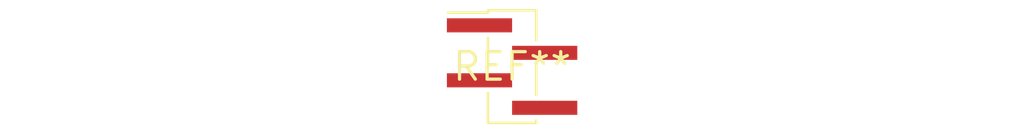
<source format=kicad_pcb>
(kicad_pcb (version 20240108) (generator pcbnew)
  (layers (0 "F.Cu" signal) (31 "B.Cu" signal) (34 "B.Paste" user) (35 "F.Paste" user) (36 "B.SilkS" user "B.Silkscreen") (37 "F.SilkS" user "F.Silkscreen") (38 "B.Mask" user) (39 "F.Mask" user) (44 "Edge.Cuts" user))
  (net 0 "")
  (footprint "PinHeader_1x04_P1.27mm_Vertical_SMD_Pin1Left" (layer "F.Cu") (at 0 0)
    (property "Reference" "REF**")
    (property "Value" "PinHeader_1x04_P1.27mm_Vertical_SMD_Pin1Left")
    (fp_line (start -1.11 -2.6) (end -1.11 -2.49) (layer "F.SilkS") (stroke (width 0.12)))
    (fp_line (start -1.11 -2.6) (end 1.11 -2.6) (layer "F.SilkS") (stroke (width 0.12)))
    (fp_line (start -1.11 -2.49) (end -2.94 -2.49) (layer "F.SilkS") (stroke (width 0.12)))
    (fp_line (start -1.11 -1.32) (end -1.11 0.05) (layer "F.SilkS") (stroke (width 0.12)))
    (fp_line (start -1.11 1.22) (end -1.11 2.59) (layer "F.SilkS") (stroke (width 0.12)))
    (fp_line (start -1.11 2.6) (end 1.11 2.6) (layer "F.SilkS") (stroke (width 0.12)))
    (fp_line (start 1.11 -2.59) (end 1.11 -1.22) (layer "F.SilkS") (stroke (width 0.12)))
    (fp_line (start 1.11 -0.05) (end 1.11 1.32) (layer "F.SilkS") (stroke (width 0.12)))
    (fp_line (start 1.11 2.49) (end 1.11 2.6) (layer "F.SilkS") (stroke (width 0.12)))
    (pad "1" smd rect (at -1.5 -1.905) (size 3 0.65) (layers "F.Cu" "F.Paste" "F.Mask"))
    (pad "2" smd rect (at 1.5 -0.635) (size 3 0.65) (layers "F.Cu" "F.Paste" "F.Mask"))
    (pad "3" smd rect (at -1.5 0.635) (size 3 0.65) (layers "F.Cu" "F.Paste" "F.Mask"))
    (pad "4" smd rect (at 1.5 1.905) (size 3 0.65) (layers "F.Cu" "F.Paste" "F.Mask"))
  )
)
</source>
